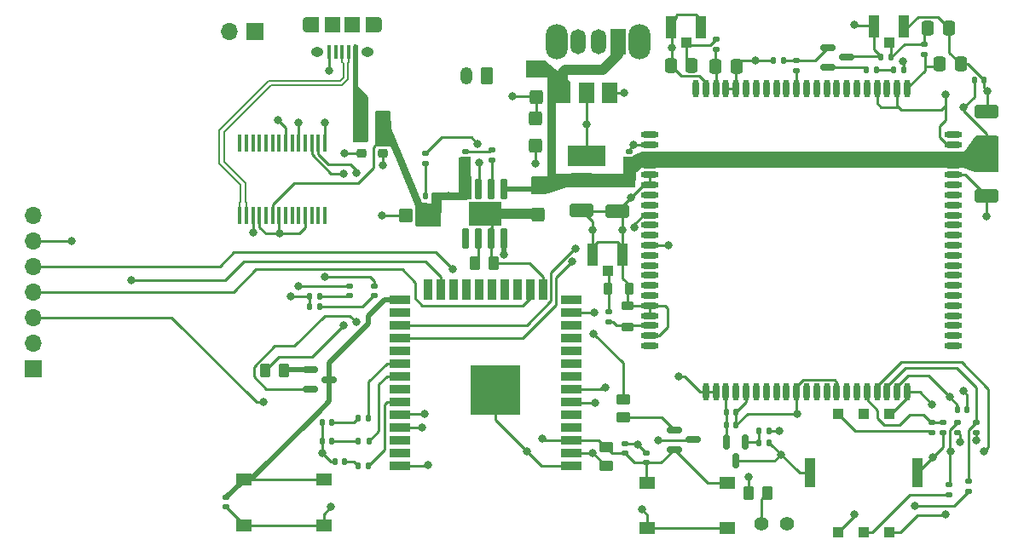
<source format=gtl>
G04 #@! TF.GenerationSoftware,KiCad,Pcbnew,(6.0.1-0)*
G04 #@! TF.CreationDate,2023-01-13T10:30:12+06:00*
G04 #@! TF.ProjectId,ESP_GSM,4553505f-4753-44d2-9e6b-696361645f70,rev?*
G04 #@! TF.SameCoordinates,Original*
G04 #@! TF.FileFunction,Copper,L1,Top*
G04 #@! TF.FilePolarity,Positive*
%FSLAX46Y46*%
G04 Gerber Fmt 4.6, Leading zero omitted, Abs format (unit mm)*
G04 Created by KiCad (PCBNEW (6.0.1-0)) date 2023-01-13 10:30:12*
%MOMM*%
%LPD*%
G01*
G04 APERTURE LIST*
G04 Aperture macros list*
%AMRoundRect*
0 Rectangle with rounded corners*
0 $1 Rounding radius*
0 $2 $3 $4 $5 $6 $7 $8 $9 X,Y pos of 4 corners*
0 Add a 4 corners polygon primitive as box body*
4,1,4,$2,$3,$4,$5,$6,$7,$8,$9,$2,$3,0*
0 Add four circle primitives for the rounded corners*
1,1,$1+$1,$2,$3*
1,1,$1+$1,$4,$5*
1,1,$1+$1,$6,$7*
1,1,$1+$1,$8,$9*
0 Add four rect primitives between the rounded corners*
20,1,$1+$1,$2,$3,$4,$5,0*
20,1,$1+$1,$4,$5,$6,$7,0*
20,1,$1+$1,$6,$7,$8,$9,0*
20,1,$1+$1,$8,$9,$2,$3,0*%
G04 Aperture macros list end*
G04 #@! TA.AperFunction,SMDPad,CuDef*
%ADD10RoundRect,0.135000X-0.185000X0.135000X-0.185000X-0.135000X0.185000X-0.135000X0.185000X0.135000X0*%
G04 #@! TD*
G04 #@! TA.AperFunction,SMDPad,CuDef*
%ADD11R,1.500000X2.000000*%
G04 #@! TD*
G04 #@! TA.AperFunction,SMDPad,CuDef*
%ADD12R,3.800000X2.000000*%
G04 #@! TD*
G04 #@! TA.AperFunction,SMDPad,CuDef*
%ADD13RoundRect,0.250000X-0.262500X-0.450000X0.262500X-0.450000X0.262500X0.450000X-0.262500X0.450000X0*%
G04 #@! TD*
G04 #@! TA.AperFunction,SMDPad,CuDef*
%ADD14O,0.600000X1.800000*%
G04 #@! TD*
G04 #@! TA.AperFunction,SMDPad,CuDef*
%ADD15O,1.800000X0.600000*%
G04 #@! TD*
G04 #@! TA.AperFunction,SMDPad,CuDef*
%ADD16R,1.100000X2.250000*%
G04 #@! TD*
G04 #@! TA.AperFunction,SMDPad,CuDef*
%ADD17R,1.050000X1.100000*%
G04 #@! TD*
G04 #@! TA.AperFunction,SMDPad,CuDef*
%ADD18RoundRect,0.135000X0.135000X0.185000X-0.135000X0.185000X-0.135000X-0.185000X0.135000X-0.185000X0*%
G04 #@! TD*
G04 #@! TA.AperFunction,SMDPad,CuDef*
%ADD19RoundRect,0.250000X-0.925000X0.412500X-0.925000X-0.412500X0.925000X-0.412500X0.925000X0.412500X0*%
G04 #@! TD*
G04 #@! TA.AperFunction,SMDPad,CuDef*
%ADD20RoundRect,0.140000X-0.170000X0.140000X-0.170000X-0.140000X0.170000X-0.140000X0.170000X0.140000X0*%
G04 #@! TD*
G04 #@! TA.AperFunction,SMDPad,CuDef*
%ADD21RoundRect,0.140000X-0.140000X-0.170000X0.140000X-0.170000X0.140000X0.170000X-0.140000X0.170000X0*%
G04 #@! TD*
G04 #@! TA.AperFunction,SMDPad,CuDef*
%ADD22RoundRect,0.135000X-0.135000X-0.185000X0.135000X-0.185000X0.135000X0.185000X-0.135000X0.185000X0*%
G04 #@! TD*
G04 #@! TA.AperFunction,SMDPad,CuDef*
%ADD23RoundRect,0.250000X-0.450000X0.262500X-0.450000X-0.262500X0.450000X-0.262500X0.450000X0.262500X0*%
G04 #@! TD*
G04 #@! TA.AperFunction,SMDPad,CuDef*
%ADD24RoundRect,0.218750X0.381250X-0.218750X0.381250X0.218750X-0.381250X0.218750X-0.381250X-0.218750X0*%
G04 #@! TD*
G04 #@! TA.AperFunction,SMDPad,CuDef*
%ADD25R,0.400000X1.350000*%
G04 #@! TD*
G04 #@! TA.AperFunction,ComponentPad*
%ADD26O,0.890000X1.550000*%
G04 #@! TD*
G04 #@! TA.AperFunction,SMDPad,CuDef*
%ADD27R,1.500000X1.550000*%
G04 #@! TD*
G04 #@! TA.AperFunction,SMDPad,CuDef*
%ADD28R,1.200000X1.550000*%
G04 #@! TD*
G04 #@! TA.AperFunction,ComponentPad*
%ADD29O,1.250000X0.950000*%
G04 #@! TD*
G04 #@! TA.AperFunction,SMDPad,CuDef*
%ADD30RoundRect,0.147500X-0.172500X0.147500X-0.172500X-0.147500X0.172500X-0.147500X0.172500X0.147500X0*%
G04 #@! TD*
G04 #@! TA.AperFunction,SMDPad,CuDef*
%ADD31RoundRect,0.140000X0.170000X-0.140000X0.170000X0.140000X-0.170000X0.140000X-0.170000X-0.140000X0*%
G04 #@! TD*
G04 #@! TA.AperFunction,SMDPad,CuDef*
%ADD32R,1.000000X1.100000*%
G04 #@! TD*
G04 #@! TA.AperFunction,SMDPad,CuDef*
%ADD33R,1.000000X3.000000*%
G04 #@! TD*
G04 #@! TA.AperFunction,ComponentPad*
%ADD34R,1.700000X1.700000*%
G04 #@! TD*
G04 #@! TA.AperFunction,ComponentPad*
%ADD35O,1.700000X1.700000*%
G04 #@! TD*
G04 #@! TA.AperFunction,SMDPad,CuDef*
%ADD36RoundRect,0.150000X-0.587500X-0.150000X0.587500X-0.150000X0.587500X0.150000X-0.587500X0.150000X0*%
G04 #@! TD*
G04 #@! TA.AperFunction,SMDPad,CuDef*
%ADD37RoundRect,0.250000X-0.337500X-0.475000X0.337500X-0.475000X0.337500X0.475000X-0.337500X0.475000X0*%
G04 #@! TD*
G04 #@! TA.AperFunction,SMDPad,CuDef*
%ADD38RoundRect,0.147500X-0.147500X-0.172500X0.147500X-0.172500X0.147500X0.172500X-0.147500X0.172500X0*%
G04 #@! TD*
G04 #@! TA.AperFunction,SMDPad,CuDef*
%ADD39RoundRect,0.250000X0.925000X-0.412500X0.925000X0.412500X-0.925000X0.412500X-0.925000X-0.412500X0*%
G04 #@! TD*
G04 #@! TA.AperFunction,SMDPad,CuDef*
%ADD40RoundRect,0.250000X-0.425000X0.450000X-0.425000X-0.450000X0.425000X-0.450000X0.425000X0.450000X0*%
G04 #@! TD*
G04 #@! TA.AperFunction,SMDPad,CuDef*
%ADD41RoundRect,0.250000X0.262500X0.450000X-0.262500X0.450000X-0.262500X-0.450000X0.262500X-0.450000X0*%
G04 #@! TD*
G04 #@! TA.AperFunction,SMDPad,CuDef*
%ADD42R,0.450000X1.750000*%
G04 #@! TD*
G04 #@! TA.AperFunction,SMDPad,CuDef*
%ADD43R,1.550000X1.300000*%
G04 #@! TD*
G04 #@! TA.AperFunction,SMDPad,CuDef*
%ADD44RoundRect,0.225000X-0.250000X0.225000X-0.250000X-0.225000X0.250000X-0.225000X0.250000X0.225000X0*%
G04 #@! TD*
G04 #@! TA.AperFunction,SMDPad,CuDef*
%ADD45RoundRect,0.250000X0.450000X0.425000X-0.450000X0.425000X-0.450000X-0.425000X0.450000X-0.425000X0*%
G04 #@! TD*
G04 #@! TA.AperFunction,SMDPad,CuDef*
%ADD46RoundRect,0.218750X-0.218750X-0.381250X0.218750X-0.381250X0.218750X0.381250X-0.218750X0.381250X0*%
G04 #@! TD*
G04 #@! TA.AperFunction,SMDPad,CuDef*
%ADD47RoundRect,0.150000X-0.150000X0.587500X-0.150000X-0.587500X0.150000X-0.587500X0.150000X0.587500X0*%
G04 #@! TD*
G04 #@! TA.AperFunction,SMDPad,CuDef*
%ADD48RoundRect,0.250000X0.425000X-0.450000X0.425000X0.450000X-0.425000X0.450000X-0.425000X-0.450000X0*%
G04 #@! TD*
G04 #@! TA.AperFunction,ComponentPad*
%ADD49O,2.200000X3.500000*%
G04 #@! TD*
G04 #@! TA.AperFunction,ComponentPad*
%ADD50R,1.500000X2.500000*%
G04 #@! TD*
G04 #@! TA.AperFunction,ComponentPad*
%ADD51O,1.500000X2.500000*%
G04 #@! TD*
G04 #@! TA.AperFunction,SMDPad,CuDef*
%ADD52RoundRect,0.250000X0.450000X-0.262500X0.450000X0.262500X-0.450000X0.262500X-0.450000X-0.262500X0*%
G04 #@! TD*
G04 #@! TA.AperFunction,SMDPad,CuDef*
%ADD53R,2.000000X0.900000*%
G04 #@! TD*
G04 #@! TA.AperFunction,SMDPad,CuDef*
%ADD54R,0.900000X2.000000*%
G04 #@! TD*
G04 #@! TA.AperFunction,SMDPad,CuDef*
%ADD55R,5.000000X5.000000*%
G04 #@! TD*
G04 #@! TA.AperFunction,SMDPad,CuDef*
%ADD56RoundRect,0.147500X0.147500X0.172500X-0.147500X0.172500X-0.147500X-0.172500X0.147500X-0.172500X0*%
G04 #@! TD*
G04 #@! TA.AperFunction,SMDPad,CuDef*
%ADD57RoundRect,0.250000X0.337500X0.475000X-0.337500X0.475000X-0.337500X-0.475000X0.337500X-0.475000X0*%
G04 #@! TD*
G04 #@! TA.AperFunction,SMDPad,CuDef*
%ADD58RoundRect,0.042000X0.258000X-0.943000X0.258000X0.943000X-0.258000X0.943000X-0.258000X-0.943000X0*%
G04 #@! TD*
G04 #@! TA.AperFunction,SMDPad,CuDef*
%ADD59R,3.302000X2.413000*%
G04 #@! TD*
G04 #@! TA.AperFunction,ComponentPad*
%ADD60C,1.400000*%
G04 #@! TD*
G04 #@! TA.AperFunction,ComponentPad*
%ADD61RoundRect,0.250000X0.350000X0.625000X-0.350000X0.625000X-0.350000X-0.625000X0.350000X-0.625000X0*%
G04 #@! TD*
G04 #@! TA.AperFunction,ComponentPad*
%ADD62O,1.200000X1.750000*%
G04 #@! TD*
G04 #@! TA.AperFunction,SMDPad,CuDef*
%ADD63RoundRect,0.135000X0.185000X-0.135000X0.185000X0.135000X-0.185000X0.135000X-0.185000X-0.135000X0*%
G04 #@! TD*
G04 #@! TA.AperFunction,ViaPad*
%ADD64C,0.800000*%
G04 #@! TD*
G04 #@! TA.AperFunction,Conductor*
%ADD65C,0.250000*%
G04 #@! TD*
G04 #@! TA.AperFunction,Conductor*
%ADD66C,0.295910*%
G04 #@! TD*
G04 #@! TA.AperFunction,Conductor*
%ADD67C,1.000000*%
G04 #@! TD*
G04 #@! TA.AperFunction,Conductor*
%ADD68C,0.500000*%
G04 #@! TD*
G04 #@! TA.AperFunction,Conductor*
%ADD69C,0.200000*%
G04 #@! TD*
G04 APERTURE END LIST*
D10*
X138840000Y-47010000D03*
X138840000Y-48030000D03*
D11*
X120240000Y-50180000D03*
D12*
X117940000Y-56480000D03*
D11*
X117940000Y-50180000D03*
X115640000Y-50180000D03*
D13*
X86087500Y-77800000D03*
X87912500Y-77800000D03*
D14*
X129820000Y-79960000D03*
X130820000Y-79960000D03*
X131820000Y-79960000D03*
X132820000Y-79960000D03*
X133820000Y-79960000D03*
X134820000Y-79960000D03*
X135820000Y-79960000D03*
X136820000Y-79960000D03*
X137820000Y-79960000D03*
X138820000Y-79960000D03*
X139820000Y-79960000D03*
X140820000Y-79960000D03*
X141820000Y-79960000D03*
X142820000Y-79960000D03*
X143820000Y-79960000D03*
X144820000Y-79960000D03*
X145820000Y-79960000D03*
X146820000Y-79960000D03*
X147820000Y-79960000D03*
X148820000Y-79960000D03*
D15*
X154420000Y-74360000D03*
X154420000Y-73360000D03*
X154420000Y-72360000D03*
X154420000Y-71360000D03*
X154420000Y-70360000D03*
X154420000Y-69360000D03*
X154420000Y-68360000D03*
X154420000Y-67360000D03*
X154420000Y-66360000D03*
X154420000Y-65360000D03*
X154420000Y-64360000D03*
X154420000Y-63360000D03*
X154420000Y-62360000D03*
X154420000Y-61360000D03*
X154420000Y-60360000D03*
X154420000Y-59360000D03*
X154420000Y-58360000D03*
X154420000Y-57360000D03*
X154420000Y-56360000D03*
X154420000Y-55360000D03*
D14*
X148820000Y-49760000D03*
X147820000Y-49760000D03*
X146820000Y-49760000D03*
X145820000Y-49760000D03*
X144820000Y-49760000D03*
X143820000Y-49760000D03*
X142820000Y-49760000D03*
X141820000Y-49760000D03*
X140820000Y-49760000D03*
X139820000Y-49760000D03*
X138820000Y-49760000D03*
X137820000Y-49760000D03*
X136820000Y-49760000D03*
X135820000Y-49760000D03*
X134820000Y-49760000D03*
X133820000Y-49760000D03*
X132820000Y-49760000D03*
X131820000Y-49760000D03*
X130820000Y-49760000D03*
X129820000Y-49760000D03*
D15*
X124220000Y-55360000D03*
X124220000Y-56360000D03*
X124220000Y-57360000D03*
X124220000Y-58360000D03*
X124220000Y-59360000D03*
X124220000Y-60360000D03*
X124220000Y-61360000D03*
X124220000Y-62360000D03*
X124220000Y-63360000D03*
X124220000Y-64360000D03*
X124220000Y-65360000D03*
X124220000Y-66360000D03*
X124220000Y-67360000D03*
X124220000Y-68360000D03*
X124220000Y-69360000D03*
X124220000Y-70360000D03*
X124220000Y-71360000D03*
X124220000Y-72360000D03*
X124220000Y-73360000D03*
X124220000Y-74360000D03*
D14*
X149820000Y-79960000D03*
X149820000Y-49760000D03*
D15*
X154420000Y-54360000D03*
X154420000Y-75360000D03*
D14*
X128820000Y-49760000D03*
D15*
X124220000Y-75360000D03*
X124220000Y-54360000D03*
D10*
X152260000Y-82970000D03*
X152260000Y-83990000D03*
D16*
X126395000Y-43690000D03*
X129345000Y-43690000D03*
D17*
X127870000Y-45240000D03*
D18*
X96280000Y-87260000D03*
X95260000Y-87260000D03*
D19*
X157690000Y-57385000D03*
X157690000Y-60460000D03*
D10*
X154800000Y-82940000D03*
X154800000Y-83960000D03*
D20*
X121800000Y-85090000D03*
X121800000Y-86050000D03*
D21*
X131830000Y-81950000D03*
X132790000Y-81950000D03*
D22*
X136520000Y-47020000D03*
X137540000Y-47020000D03*
D23*
X121610000Y-80647500D03*
X121610000Y-82472500D03*
D10*
X155870000Y-88820000D03*
X155870000Y-89840000D03*
D24*
X122060000Y-73472500D03*
X122060000Y-71347500D03*
D18*
X96350000Y-84810000D03*
X95330000Y-84810000D03*
D25*
X95020000Y-46155000D03*
X94370000Y-46155000D03*
X93720000Y-46155000D03*
X93070000Y-46155000D03*
X92420000Y-46155000D03*
D26*
X97220000Y-43455000D03*
D27*
X92720000Y-43455000D03*
D28*
X96620000Y-43455000D03*
D29*
X96220000Y-46155000D03*
D27*
X94720000Y-43455000D03*
D29*
X91220000Y-46155000D03*
D26*
X90220000Y-43455000D03*
D28*
X90820000Y-43455000D03*
D30*
X94400000Y-69415000D03*
X94400000Y-70385000D03*
D31*
X82200000Y-91380000D03*
X82200000Y-90420000D03*
D32*
X148040000Y-93900000D03*
X145500000Y-93900000D03*
X142960000Y-93900000D03*
D33*
X150800000Y-88000000D03*
D32*
X148040000Y-82100000D03*
X145500000Y-82100000D03*
X142960000Y-82100000D03*
D33*
X140200000Y-88000000D03*
D34*
X63000000Y-77600000D03*
D35*
X63000000Y-75060000D03*
X63000000Y-72520000D03*
X63000000Y-69980000D03*
X63000000Y-67440000D03*
X63000000Y-64900000D03*
X63000000Y-62360000D03*
D10*
X153950000Y-89180000D03*
X153950000Y-90200000D03*
D30*
X96900000Y-69415000D03*
X96900000Y-70385000D03*
D10*
X153350000Y-82970000D03*
X153350000Y-83990000D03*
D36*
X141962500Y-45740000D03*
X141962500Y-47640000D03*
X143837500Y-46690000D03*
D37*
X151882500Y-43770000D03*
X153957500Y-43770000D03*
D36*
X126662500Y-83750000D03*
X126662500Y-85650000D03*
X128537500Y-84700000D03*
D38*
X92962500Y-86880000D03*
X93932500Y-86880000D03*
D13*
X134087500Y-90000000D03*
X135912500Y-90000000D03*
D19*
X121050000Y-58885000D03*
X121050000Y-61960000D03*
D39*
X157690000Y-55155000D03*
X157690000Y-52080000D03*
D40*
X113195000Y-59587500D03*
X113195000Y-62287500D03*
D18*
X149500000Y-47940000D03*
X148480000Y-47940000D03*
D41*
X108752500Y-67105000D03*
X106927500Y-67105000D03*
D36*
X90562500Y-77750000D03*
X90562500Y-79650000D03*
X92437500Y-78700000D03*
D42*
X91990000Y-55215000D03*
X91340000Y-55215000D03*
X90690000Y-55215000D03*
X90040000Y-55215000D03*
X89390000Y-55215000D03*
X88740000Y-55215000D03*
X88090000Y-55215000D03*
X87440000Y-55215000D03*
X86790000Y-55215000D03*
X86140000Y-55215000D03*
X85490000Y-55215000D03*
X84840000Y-55215000D03*
X84190000Y-55215000D03*
X83540000Y-55215000D03*
X83540000Y-62415000D03*
X84190000Y-62415000D03*
X84840000Y-62415000D03*
X85490000Y-62415000D03*
X86140000Y-62415000D03*
X86790000Y-62415000D03*
X87440000Y-62415000D03*
X88090000Y-62415000D03*
X88740000Y-62415000D03*
X89390000Y-62415000D03*
X90040000Y-62415000D03*
X90690000Y-62415000D03*
X91340000Y-62415000D03*
X91990000Y-62415000D03*
D43*
X83904000Y-88682000D03*
X91864000Y-88682000D03*
X83904000Y-93182000D03*
X91864000Y-93182000D03*
D10*
X151470000Y-45340000D03*
X151470000Y-46360000D03*
D21*
X154790000Y-81720000D03*
X155750000Y-81720000D03*
D30*
X105940000Y-56085000D03*
X105940000Y-57055000D03*
D44*
X95665000Y-54640000D03*
X95665000Y-56190000D03*
D45*
X102690000Y-62370000D03*
X99990000Y-62370000D03*
D46*
X95702500Y-52815000D03*
X97827500Y-52815000D03*
X120077500Y-69670000D03*
X122202500Y-69670000D03*
D34*
X85010000Y-44150000D03*
D35*
X82470000Y-44150000D03*
D38*
X101972500Y-60470000D03*
X102942500Y-60470000D03*
D22*
X90480000Y-71450000D03*
X91500000Y-71450000D03*
D47*
X133740000Y-84922500D03*
X131840000Y-84922500D03*
X132790000Y-86797500D03*
D38*
X91715000Y-83000000D03*
X92685000Y-83000000D03*
D16*
X146525000Y-43640000D03*
X149475000Y-43640000D03*
D17*
X148000000Y-45190000D03*
D48*
X112860000Y-55427500D03*
X112860000Y-52727500D03*
D16*
X118595000Y-66310000D03*
X121545000Y-66310000D03*
D17*
X120070000Y-67860000D03*
D49*
X123230000Y-45092500D03*
X115030000Y-45092500D03*
D50*
X121130000Y-45092500D03*
D51*
X119130000Y-45092500D03*
X117130000Y-45092500D03*
D10*
X130840000Y-44880000D03*
X130840000Y-45900000D03*
D38*
X91715000Y-84800000D03*
X92685000Y-84800000D03*
D43*
X124020000Y-88950000D03*
X131980000Y-88950000D03*
X124020000Y-93450000D03*
X131980000Y-93450000D03*
D20*
X123900000Y-86000000D03*
X123900000Y-86960000D03*
D52*
X119888000Y-87272500D03*
X119888000Y-85447500D03*
D53*
X116450000Y-87249000D03*
X116450000Y-85979000D03*
X116450000Y-84709000D03*
X116450000Y-83439000D03*
X116450000Y-82169000D03*
X116450000Y-80899000D03*
X116450000Y-79629000D03*
X116450000Y-78359000D03*
X116450000Y-77089000D03*
X116450000Y-75819000D03*
X116450000Y-74549000D03*
X116450000Y-73279000D03*
X116450000Y-72009000D03*
X116450000Y-70739000D03*
D54*
X113665000Y-69739000D03*
X112395000Y-69739000D03*
X111125000Y-69739000D03*
X109855000Y-69739000D03*
X108585000Y-69739000D03*
X107315000Y-69739000D03*
X106045000Y-69739000D03*
X104775000Y-69739000D03*
X103505000Y-69739000D03*
X102235000Y-69739000D03*
D53*
X99450000Y-70739000D03*
X99450000Y-72009000D03*
X99450000Y-73279000D03*
X99450000Y-74549000D03*
X99450000Y-75819000D03*
X99450000Y-77089000D03*
X99450000Y-78359000D03*
X99450000Y-79629000D03*
X99450000Y-80899000D03*
X99450000Y-82169000D03*
X99450000Y-83439000D03*
X99450000Y-84709000D03*
X99450000Y-85979000D03*
X99450000Y-87249000D03*
D55*
X108950000Y-79749000D03*
D56*
X148175000Y-46690000D03*
X147205000Y-46690000D03*
D38*
X131855000Y-83240000D03*
X132825000Y-83240000D03*
D10*
X156650000Y-82950000D03*
X156650000Y-83970000D03*
D19*
X117510000Y-58845000D03*
X117510000Y-61920000D03*
D44*
X97765000Y-54640000D03*
X97765000Y-56190000D03*
D40*
X112950000Y-47912500D03*
X112950000Y-50612500D03*
D37*
X130782500Y-47560000D03*
X132857500Y-47560000D03*
D18*
X96320000Y-82560000D03*
X95300000Y-82560000D03*
D22*
X135050000Y-83840000D03*
X136070000Y-83840000D03*
D57*
X128430000Y-47480000D03*
X126355000Y-47480000D03*
D31*
X122170000Y-57040000D03*
X122170000Y-56080000D03*
D58*
X105985000Y-64695000D03*
X107255000Y-64695000D03*
X108525000Y-64695000D03*
X109795000Y-64695000D03*
X109795000Y-59745000D03*
X108525000Y-59745000D03*
X107255000Y-59745000D03*
X105985000Y-59745000D03*
D59*
X107890000Y-62220000D03*
D37*
X153042500Y-47360000D03*
X155117500Y-47360000D03*
D10*
X120220000Y-71980000D03*
X120220000Y-73000000D03*
D38*
X145772500Y-47950000D03*
X146742500Y-47950000D03*
D10*
X101990000Y-56210000D03*
X101990000Y-57230000D03*
D21*
X156480000Y-48940000D03*
X157440000Y-48940000D03*
D22*
X90460000Y-70410000D03*
X91480000Y-70410000D03*
D60*
X135330000Y-93010000D03*
X137870000Y-93010000D03*
D18*
X136080000Y-84970000D03*
X135060000Y-84970000D03*
D61*
X108040000Y-48520000D03*
D62*
X106040000Y-48520000D03*
D63*
X108540000Y-56930000D03*
X108540000Y-55910000D03*
D64*
X127110000Y-78380000D03*
X134760000Y-47020000D03*
X123440000Y-91590000D03*
X144560000Y-43450000D03*
X152300000Y-81160000D03*
X137275000Y-86165000D03*
X121730000Y-50210000D03*
X155380000Y-79870000D03*
X123080000Y-85180000D03*
X92410000Y-47990000D03*
X121545000Y-63845000D03*
X155030000Y-84940000D03*
X111290000Y-62220000D03*
X152395000Y-86405000D03*
X87320000Y-52920000D03*
X97620000Y-62360000D03*
X102260000Y-87220000D03*
X118595000Y-63855000D03*
X157740000Y-50030000D03*
X110620000Y-50580000D03*
X97780000Y-57410000D03*
X87460000Y-64170000D03*
X157690000Y-62480000D03*
X126415000Y-45705000D03*
X91715000Y-86012500D03*
X156660000Y-84780000D03*
X153637500Y-50362500D03*
X122660000Y-55360000D03*
X138880000Y-82100000D03*
X112075000Y-85825000D03*
X93920000Y-56200000D03*
X92570000Y-91370000D03*
X122375000Y-60635000D03*
X104250000Y-60460000D03*
X109800000Y-66320000D03*
X118594500Y-85979000D03*
X66840000Y-64900000D03*
X117940000Y-53350000D03*
X112860000Y-57220000D03*
X155420000Y-51650000D03*
X149370000Y-47050000D03*
X85910000Y-80920000D03*
X113600000Y-84610000D03*
X89400000Y-53140000D03*
X101640000Y-83470000D03*
X89380000Y-69410000D03*
X101850000Y-82130000D03*
X91950000Y-68500000D03*
X91950000Y-53200000D03*
X93850000Y-73300000D03*
X93845000Y-58245000D03*
X125100000Y-84720000D03*
X118680000Y-74150000D03*
X95105000Y-58145000D03*
X95080000Y-72960000D03*
X107280000Y-57140000D03*
X107130000Y-55250000D03*
X153610000Y-92100000D03*
X154005000Y-80455000D03*
X122740000Y-63560000D03*
X116560000Y-66950000D03*
X116900000Y-65660000D03*
X126110000Y-65360000D03*
X118850000Y-81010000D03*
X134060006Y-88400001D03*
X118770000Y-72040000D03*
X104680000Y-67700000D03*
X72750000Y-68840000D03*
X84840000Y-64070000D03*
X88640000Y-70420000D03*
X157450003Y-85830004D03*
X154090000Y-85850000D03*
X144600000Y-92120000D03*
X150600000Y-91250000D03*
X137130000Y-83840000D03*
X119880000Y-79530000D03*
D65*
X112917500Y-50580000D02*
X110620000Y-50580000D01*
D66*
X148820000Y-51510000D02*
X148930000Y-51620000D01*
D65*
X89410000Y-64170000D02*
X87460000Y-64170000D01*
X157740000Y-52030000D02*
X157740000Y-50030000D01*
X154800000Y-83960000D02*
X155030000Y-84190000D01*
X138820000Y-82040000D02*
X138880000Y-82100000D01*
X122170000Y-55850000D02*
X122660000Y-55360000D01*
X151100000Y-79960000D02*
X152300000Y-81160000D01*
X152837500Y-42650000D02*
X153957500Y-43770000D01*
D66*
X125180000Y-74360000D02*
X124220000Y-74360000D01*
D65*
X112950000Y-50612500D02*
X112950000Y-52637500D01*
D67*
X107890000Y-62220000D02*
X113090000Y-62220000D01*
D65*
X139110000Y-88000000D02*
X136080000Y-84970000D01*
X91864000Y-92076000D02*
X92570000Y-91370000D01*
X108752500Y-67105000D02*
X112281000Y-67105000D01*
X138820000Y-79960000D02*
X138820000Y-82040000D01*
X128821784Y-42414980D02*
X129365000Y-42958196D01*
X155380000Y-79870000D02*
X155760000Y-80250000D01*
X108525000Y-66895000D02*
X108525000Y-64695000D01*
X97765000Y-56190000D02*
X97765000Y-57395000D01*
X149820000Y-79960000D02*
X151100000Y-79960000D01*
X121800000Y-85090000D02*
X122990000Y-85090000D01*
X139494520Y-78735480D02*
X142575480Y-78735480D01*
X127690000Y-78380000D02*
X127110000Y-78380000D01*
D66*
X122080000Y-69722500D02*
X122342500Y-69460000D01*
D65*
X154420000Y-58360000D02*
X155590000Y-58360000D01*
D66*
X153230000Y-51890000D02*
X153637500Y-51482500D01*
X92420000Y-47980000D02*
X92410000Y-47990000D01*
D65*
X157440000Y-48933070D02*
X157440000Y-48940000D01*
X153957500Y-46200000D02*
X155117500Y-47360000D01*
X91715000Y-83000000D02*
X91715000Y-84800000D01*
X121700000Y-50180000D02*
X121730000Y-50210000D01*
X108752500Y-67105000D02*
X108735000Y-67105000D01*
D66*
X124220000Y-72360000D02*
X124220000Y-71360000D01*
X147227500Y-46570000D02*
X143957500Y-46570000D01*
D65*
X113665000Y-68489000D02*
X113665000Y-69739000D01*
D66*
X153824090Y-55360000D02*
X154420000Y-55360000D01*
X121545000Y-66310000D02*
X121545000Y-65525732D01*
D65*
X126830132Y-42740000D02*
X126830132Y-42500000D01*
X132790000Y-81950000D02*
X132790000Y-83205000D01*
X149910000Y-43640000D02*
X150900000Y-42650000D01*
X122375000Y-60635000D02*
X121050000Y-61960000D01*
X129820000Y-79960000D02*
X129270000Y-79960000D01*
X124020000Y-93450000D02*
X124020000Y-92170000D01*
X131980000Y-93450000D02*
X124020000Y-93450000D01*
X157690000Y-60460000D02*
X157690000Y-62480000D01*
X108735000Y-67105000D02*
X108525000Y-66895000D01*
X133397500Y-47020000D02*
X132857500Y-47560000D01*
D66*
X119105643Y-65012025D02*
X118595000Y-65522668D01*
D65*
X149820000Y-80510000D02*
X148230000Y-82100000D01*
D66*
X146525000Y-43500000D02*
X146525000Y-45867500D01*
D65*
X138820000Y-79960000D02*
X138820000Y-79410000D01*
D66*
X126040000Y-71650000D02*
X126040000Y-73500000D01*
D65*
X157690000Y-62570000D02*
X157690000Y-62480000D01*
X123650000Y-59360000D02*
X122375000Y-60635000D01*
X132825000Y-83240000D02*
X133965000Y-82100000D01*
X86120000Y-64170000D02*
X87460000Y-64170000D01*
D66*
X118595000Y-65522668D02*
X118595000Y-66310000D01*
D65*
X149820000Y-79960000D02*
X149820000Y-80510000D01*
X142820000Y-78980000D02*
X142820000Y-79960000D01*
D66*
X153637500Y-51482500D02*
X153637500Y-50362500D01*
D65*
X88090000Y-55215000D02*
X88090000Y-53690000D01*
D66*
X146525000Y-43500000D02*
X146525000Y-42712668D01*
X143957500Y-46570000D02*
X143837500Y-46690000D01*
D65*
X108525000Y-64695000D02*
X108525000Y-63595000D01*
X124220000Y-58360000D02*
X124220000Y-59360000D01*
X132790000Y-86797500D02*
X136642500Y-86797500D01*
D66*
X121545000Y-68662500D02*
X121545000Y-66310000D01*
D65*
X122170000Y-56080000D02*
X122170000Y-55850000D01*
X126830132Y-42500000D02*
X126915152Y-42414980D01*
X112950000Y-52637500D02*
X112860000Y-52727500D01*
X133965000Y-82100000D02*
X138880000Y-82100000D01*
X129270000Y-79960000D02*
X127690000Y-78380000D01*
X92962500Y-86880000D02*
X92582500Y-86880000D01*
X108540000Y-62870000D02*
X107890000Y-62220000D01*
X113499000Y-87249000D02*
X108950000Y-82700000D01*
D66*
X153040000Y-54575910D02*
X153824090Y-55360000D01*
D65*
X148230000Y-82100000D02*
X148040000Y-82100000D01*
X108525000Y-63595000D02*
X108540000Y-63580000D01*
D66*
X146525000Y-45867500D02*
X147227500Y-46570000D01*
D65*
X99990000Y-62370000D02*
X97690000Y-62370000D01*
X108540000Y-63580000D02*
X108540000Y-62870000D01*
X91864000Y-93182000D02*
X91864000Y-92076000D01*
X156650000Y-84770000D02*
X156660000Y-84780000D01*
D66*
X118595000Y-63005000D02*
X117510000Y-61920000D01*
X121545000Y-65525732D02*
X121031293Y-65012025D01*
X131820000Y-49760000D02*
X132820000Y-49760000D01*
D65*
X140200000Y-88000000D02*
X139110000Y-88000000D01*
X129820000Y-49170000D02*
X129820000Y-49760000D01*
X112950000Y-50612500D02*
X112917500Y-50580000D01*
X142575480Y-78735480D02*
X142820000Y-78980000D01*
X132790000Y-83205000D02*
X132825000Y-83240000D01*
X126355000Y-47480000D02*
X126415000Y-47420000D01*
D66*
X122080000Y-71185000D02*
X122080000Y-69722500D01*
D65*
X126415000Y-43155132D02*
X126830132Y-42740000D01*
X87440000Y-64150000D02*
X87460000Y-64170000D01*
X116450000Y-87249000D02*
X113499000Y-87249000D01*
X155590000Y-58360000D02*
X157690000Y-60460000D01*
D66*
X153040000Y-53500000D02*
X153040000Y-54575910D01*
D65*
X83904000Y-93182000D02*
X91864000Y-93182000D01*
X90040000Y-63540000D02*
X89410000Y-64170000D01*
X132820000Y-49760000D02*
X132820000Y-47597500D01*
X155760000Y-80250000D02*
X155760000Y-81710000D01*
D66*
X153637500Y-52902500D02*
X153040000Y-53500000D01*
D65*
X150900000Y-42650000D02*
X152837500Y-42650000D01*
X138820000Y-79410000D02*
X139494520Y-78735480D01*
D66*
X121545000Y-66310000D02*
X121545000Y-63845000D01*
D65*
X126915152Y-42414980D02*
X128821784Y-42414980D01*
D66*
X147180000Y-51620000D02*
X148930000Y-51620000D01*
D65*
X157440000Y-48940000D02*
X157440000Y-49730000D01*
X126415000Y-45705000D02*
X126415000Y-43155132D01*
D66*
X149200000Y-51890000D02*
X153230000Y-51890000D01*
D65*
X149475000Y-43640000D02*
X149910000Y-43640000D01*
X155117500Y-47360000D02*
X155866930Y-47360000D01*
X85490000Y-62415000D02*
X85490000Y-63540000D01*
X99450000Y-87249000D02*
X102231000Y-87249000D01*
D66*
X148930000Y-51620000D02*
X149200000Y-51890000D01*
D65*
X126415000Y-47420000D02*
X126415000Y-45705000D01*
X153350000Y-84160000D02*
X153350000Y-85450000D01*
X153957500Y-43770000D02*
X153957500Y-46200000D01*
D66*
X148820000Y-49760000D02*
X148820000Y-51510000D01*
D65*
X129179520Y-48529520D02*
X127404520Y-48529520D01*
X88090000Y-53690000D02*
X87320000Y-52920000D01*
D66*
X121545000Y-62455000D02*
X121545000Y-63845000D01*
D65*
X108950000Y-82700000D02*
X108950000Y-79749000D01*
X97660000Y-62320000D02*
X97620000Y-62360000D01*
D66*
X122342500Y-69460000D02*
X121545000Y-68662500D01*
D65*
X155030000Y-84190000D02*
X155030000Y-84940000D01*
D66*
X146820000Y-49760000D02*
X146820000Y-51260000D01*
D65*
X97765000Y-57395000D02*
X97780000Y-57410000D01*
D66*
X126040000Y-73500000D02*
X125180000Y-74360000D01*
D65*
X95665000Y-56190000D02*
X93930000Y-56190000D01*
X112281000Y-67105000D02*
X113665000Y-68489000D01*
D66*
X121031293Y-65012025D02*
X119105643Y-65012025D01*
X149475000Y-42715732D02*
X149475000Y-43500000D01*
D65*
X90040000Y-62415000D02*
X90040000Y-63540000D01*
D66*
X146820000Y-51260000D02*
X147180000Y-51620000D01*
D65*
X157690000Y-52080000D02*
X157740000Y-52030000D01*
X136642500Y-86797500D02*
X137275000Y-86165000D01*
X127404520Y-48529520D02*
X126355000Y-47480000D01*
X132790000Y-81950000D02*
X133820000Y-80920000D01*
X129365000Y-42958196D02*
X129365000Y-43910000D01*
X124020000Y-92170000D02*
X123440000Y-91590000D01*
X155866930Y-47360000D02*
X157440000Y-48933070D01*
D66*
X122255000Y-71360000D02*
X122080000Y-71185000D01*
D65*
X153350000Y-85450000D02*
X150800000Y-88000000D01*
X153180000Y-83990000D02*
X153350000Y-84160000D01*
X120240000Y-50180000D02*
X121700000Y-50180000D01*
X85490000Y-63540000D02*
X86120000Y-64170000D01*
X122990000Y-85090000D02*
X123900000Y-86000000D01*
X82200000Y-91380000D02*
X84270000Y-93450000D01*
D66*
X144610000Y-43500000D02*
X144560000Y-43450000D01*
D65*
X133820000Y-80920000D02*
X133820000Y-79960000D01*
X117550000Y-61960000D02*
X117510000Y-61920000D01*
D66*
X121050000Y-61960000D02*
X121545000Y-62455000D01*
D65*
X124220000Y-59360000D02*
X123650000Y-59360000D01*
X121050000Y-61960000D02*
X117550000Y-61960000D01*
X87440000Y-62415000D02*
X87440000Y-64150000D01*
X102231000Y-87249000D02*
X102260000Y-87220000D01*
D66*
X153637500Y-51482500D02*
X153637500Y-52902500D01*
D65*
X129179520Y-48529520D02*
X129820000Y-49170000D01*
X129820000Y-50360000D02*
X129820000Y-49760000D01*
X155760000Y-81710000D02*
X155750000Y-81720000D01*
D66*
X125750000Y-71360000D02*
X126040000Y-71650000D01*
X146525000Y-43500000D02*
X144610000Y-43500000D01*
D65*
X124220000Y-55360000D02*
X122660000Y-55360000D01*
X156650000Y-83970000D02*
X156650000Y-84770000D01*
X130820000Y-79960000D02*
X129820000Y-79960000D01*
X91715000Y-84800000D02*
X91715000Y-86012500D01*
D66*
X118595000Y-66310000D02*
X118595000Y-63005000D01*
X92420000Y-46155000D02*
X92420000Y-47980000D01*
D65*
X157440000Y-49730000D02*
X157740000Y-50030000D01*
D66*
X124220000Y-71360000D02*
X122255000Y-71360000D01*
X124220000Y-71360000D02*
X125750000Y-71360000D01*
D65*
X93930000Y-56190000D02*
X93920000Y-56200000D01*
X132820000Y-47597500D02*
X132857500Y-47560000D01*
X136520000Y-47020000D02*
X133397500Y-47020000D01*
X92582500Y-86880000D02*
X91715000Y-86012500D01*
X95265000Y-59145000D02*
X88935000Y-59145000D01*
X109795000Y-64695000D02*
X109800000Y-64700000D01*
X88935000Y-59145000D02*
X86790000Y-61290000D01*
X86790000Y-61290000D02*
X86790000Y-62415000D01*
D68*
X109800000Y-64700000D02*
X109800000Y-66320000D01*
D65*
X96775000Y-55630000D02*
X96775000Y-57635000D01*
X96775000Y-57635000D02*
X95265000Y-59145000D01*
X97765000Y-54640000D02*
X96775000Y-55630000D01*
X112850000Y-57230000D02*
X112860000Y-57220000D01*
X117940000Y-56480000D02*
X117940000Y-50180000D01*
X112860000Y-55427500D02*
X112860000Y-57220000D01*
D66*
X118594500Y-85979000D02*
X116450000Y-85979000D01*
X119888000Y-87272500D02*
X118594500Y-85979000D01*
D65*
X63000000Y-64900000D02*
X66840000Y-64900000D01*
X149500000Y-47940000D02*
X149500000Y-47360000D01*
X157690000Y-54229993D02*
X157690000Y-55155000D01*
X149370000Y-47230000D02*
X149370000Y-47050000D01*
X149410000Y-47270000D02*
X149370000Y-47230000D01*
X157665000Y-57360000D02*
X157690000Y-57385000D01*
D67*
X119560000Y-47950000D02*
X115870000Y-47950000D01*
D68*
X112865000Y-59745000D02*
X113090000Y-59520000D01*
D67*
X121130000Y-46380000D02*
X119560000Y-47950000D01*
D65*
X149500000Y-47360000D02*
X149410000Y-47270000D01*
X156480000Y-50590000D02*
X155420000Y-51650000D01*
D67*
X115640000Y-48180000D02*
X115640000Y-50180000D01*
X121130000Y-45092500D02*
X121130000Y-46380000D01*
D65*
X155420000Y-51959993D02*
X157690000Y-54229993D01*
D68*
X109795000Y-59745000D02*
X112865000Y-59745000D01*
D65*
X156480000Y-48940000D02*
X156480000Y-50590000D01*
D67*
X115870000Y-47950000D02*
X115640000Y-48180000D01*
D65*
X126662500Y-85650000D02*
X129962500Y-88950000D01*
D66*
X121800000Y-86050000D02*
X122710000Y-86960000D01*
D65*
X85120000Y-80860000D02*
X85180000Y-80920000D01*
X129962500Y-88950000D02*
X131980000Y-88950000D01*
X123990000Y-88980000D02*
X124020000Y-88950000D01*
X85180000Y-80920000D02*
X85910000Y-80920000D01*
X126662500Y-85650000D02*
X125352500Y-86960000D01*
D66*
X119888000Y-85447500D02*
X119149500Y-84709000D01*
X122710000Y-86960000D02*
X123900000Y-86960000D01*
D65*
X63000000Y-72520000D02*
X76780000Y-72520000D01*
X123900000Y-88830000D02*
X124020000Y-88950000D01*
X113699000Y-84709000D02*
X116450000Y-84709000D01*
X76780000Y-72520000D02*
X85120000Y-80860000D01*
D66*
X120490500Y-86050000D02*
X121800000Y-86050000D01*
X119149500Y-84709000D02*
X116450000Y-84709000D01*
D65*
X125352500Y-86960000D02*
X123900000Y-86960000D01*
X113600000Y-84610000D02*
X113699000Y-84709000D01*
D66*
X119888000Y-85447500D02*
X120490500Y-86050000D01*
D65*
X123900000Y-86960000D02*
X123900000Y-88830000D01*
D68*
X92437500Y-78700000D02*
X92437500Y-77042500D01*
X96290000Y-73190000D02*
X96290000Y-72399000D01*
X91280000Y-82040000D02*
X84720000Y-88600000D01*
X96290000Y-72399000D02*
X97950000Y-70739000D01*
X92437500Y-80882500D02*
X91280000Y-82040000D01*
D65*
X83904000Y-88682000D02*
X91864000Y-88682000D01*
D68*
X97950000Y-70739000D02*
X99450000Y-70739000D01*
X92437500Y-77042500D02*
X96290000Y-73190000D01*
X92437500Y-78700000D02*
X92437500Y-80882500D01*
X83670000Y-88950000D02*
X82200000Y-90420000D01*
D65*
X108365000Y-56085000D02*
X105940000Y-56085000D01*
X108540000Y-55910000D02*
X108365000Y-56085000D01*
X101990000Y-57230000D02*
X101990000Y-60452500D01*
X101990000Y-60452500D02*
X101972500Y-60470000D01*
D66*
X89390000Y-53150000D02*
X89400000Y-53140000D01*
X101640000Y-83470000D02*
X99481000Y-83470000D01*
X89390000Y-55215000D02*
X89390000Y-53150000D01*
X94400000Y-69415000D02*
X89385000Y-69415000D01*
X99481000Y-83470000D02*
X99450000Y-83439000D01*
X89385000Y-69415000D02*
X89380000Y-69410000D01*
X96900000Y-69415000D02*
X96900000Y-68880000D01*
X91960000Y-68490000D02*
X91950000Y-68500000D01*
X96900000Y-68880000D02*
X96510000Y-68490000D01*
X99489000Y-82130000D02*
X99450000Y-82169000D01*
X91990000Y-53240000D02*
X91950000Y-53200000D01*
X96510000Y-68490000D02*
X91960000Y-68490000D01*
X91990000Y-55215000D02*
X91990000Y-53240000D01*
X101850000Y-82130000D02*
X99489000Y-82130000D01*
D69*
X94370000Y-47167501D02*
X94370000Y-46155000D01*
X84190000Y-61102499D02*
X84090000Y-61002499D01*
X84190000Y-62415000D02*
X84190000Y-61102499D01*
X86613200Y-49445000D02*
X93663200Y-49445000D01*
X84090000Y-61002499D02*
X84090000Y-59181800D01*
X81965000Y-57056800D02*
X81965000Y-54093200D01*
X94270000Y-47267501D02*
X94370000Y-47167501D01*
X84090000Y-59181800D02*
X81965000Y-57056800D01*
X81965000Y-54093200D02*
X86613200Y-49445000D01*
X94270000Y-48838200D02*
X94270000Y-47267501D01*
X93663200Y-49445000D02*
X94270000Y-48838200D01*
X93720000Y-47167501D02*
X93720000Y-46155000D01*
X81515000Y-57243200D02*
X81515000Y-53906800D01*
X93476800Y-48995000D02*
X93820000Y-48651800D01*
X93820000Y-48651800D02*
X93820000Y-47267501D01*
X83540000Y-62415000D02*
X83540000Y-61102499D01*
X83640000Y-61002499D02*
X83640000Y-59368200D01*
X93820000Y-47267501D02*
X93720000Y-47167501D01*
X81515000Y-53906800D02*
X86426800Y-48995000D01*
X83640000Y-59368200D02*
X81515000Y-57243200D01*
X83540000Y-61102499D02*
X83640000Y-61002499D01*
X86426800Y-48995000D02*
X93476800Y-48995000D01*
D65*
X126662500Y-83750000D02*
X125405000Y-82492500D01*
X125405000Y-82492500D02*
X121630000Y-82492500D01*
X121630000Y-82492500D02*
X121610000Y-82472500D01*
X90690000Y-56340000D02*
X90690000Y-55215000D01*
X92595000Y-58245000D02*
X90690000Y-56340000D01*
X90710489Y-76439511D02*
X87447989Y-76439511D01*
X93850000Y-73300000D02*
X90710489Y-76439511D01*
X93845000Y-58245000D02*
X92595000Y-58245000D01*
X125100000Y-84720000D02*
X128517500Y-84720000D01*
X87447989Y-76439511D02*
X86087500Y-77800000D01*
X128517500Y-84720000D02*
X128537500Y-84700000D01*
D68*
X90562500Y-77750000D02*
X87962500Y-77750000D01*
X87962500Y-77750000D02*
X87912500Y-77800000D01*
D65*
X84930000Y-78430000D02*
X86150000Y-79650000D01*
X95080000Y-72960000D02*
X94470000Y-72350000D01*
X121610000Y-77070000D02*
X118690000Y-74150000D01*
X84930000Y-77432507D02*
X84930000Y-78430000D01*
X86150000Y-79650000D02*
X90562500Y-79650000D01*
X88960000Y-75390000D02*
X86972507Y-75390000D01*
X86972507Y-75390000D02*
X84930000Y-77432507D01*
X121610000Y-80647500D02*
X121610000Y-77070000D01*
X91340000Y-55215000D02*
X91340000Y-56340000D01*
X91340000Y-56340000D02*
X92345000Y-57345000D01*
X92000000Y-72350000D02*
X88960000Y-75390000D01*
X94525000Y-57345000D02*
X95105000Y-57925000D01*
X92345000Y-57345000D02*
X94525000Y-57345000D01*
X118690000Y-74150000D02*
X118680000Y-74150000D01*
X94470000Y-72350000D02*
X92000000Y-72350000D01*
X95105000Y-57925000D02*
X95105000Y-58145000D01*
X106985000Y-67105000D02*
X107255000Y-66835000D01*
X107255000Y-66835000D02*
X107255000Y-64695000D01*
X106927500Y-67105000D02*
X106985000Y-67105000D01*
X108540000Y-59730000D02*
X108525000Y-59745000D01*
X108540000Y-56930000D02*
X108540000Y-59730000D01*
X107280000Y-57140000D02*
X107280000Y-59720000D01*
X103570000Y-54630000D02*
X106510000Y-54630000D01*
X107280000Y-59720000D02*
X107255000Y-59745000D01*
X101990000Y-56210000D02*
X103570000Y-54630000D01*
X106510000Y-54630000D02*
X107130000Y-55250000D01*
D66*
X127890000Y-45460000D02*
X129220000Y-45460000D01*
X129220000Y-45460000D02*
X130260000Y-45460000D01*
X128430000Y-47480000D02*
X128430000Y-47350000D01*
D65*
X127870000Y-46920000D02*
X128430000Y-47480000D01*
D66*
X130260000Y-45460000D02*
X130840000Y-44880000D01*
D65*
X127870000Y-45240000D02*
X127870000Y-46920000D01*
D66*
X120350000Y-72080000D02*
X120217500Y-71947500D01*
X120217500Y-69460000D02*
X120217500Y-68007500D01*
X120217500Y-68007500D02*
X120070000Y-67860000D01*
X120217500Y-71947500D02*
X120217500Y-69460000D01*
D65*
X150500000Y-92570000D02*
X150860000Y-92210000D01*
X148820000Y-79960000D02*
X148820000Y-79410000D01*
X154005000Y-80455000D02*
X154800000Y-81250000D01*
X148040000Y-93900000D02*
X149170000Y-93900000D01*
X149170000Y-93900000D02*
X150500000Y-92570000D01*
X149890000Y-78340000D02*
X151890000Y-78340000D01*
X151890000Y-78340000D02*
X154005000Y-80455000D01*
X154800000Y-81710000D02*
X154790000Y-81720000D01*
X150860000Y-92210000D02*
X153530000Y-92210000D01*
X153610000Y-92130000D02*
X153610000Y-92100000D01*
X148820000Y-79410000D02*
X149890000Y-78340000D01*
X153530000Y-92210000D02*
X153610000Y-92130000D01*
X154800000Y-81250000D02*
X154800000Y-81710000D01*
X135330000Y-92870000D02*
X135460000Y-93000000D01*
X135912500Y-90000000D02*
X135330000Y-90582500D01*
X135330000Y-90582500D02*
X135330000Y-92870000D01*
D66*
X122130000Y-73360000D02*
X122080000Y-73310000D01*
X124220000Y-73360000D02*
X122130000Y-73360000D01*
X120940000Y-73310000D02*
X120630000Y-73000000D01*
X120630000Y-73000000D02*
X120220000Y-73000000D01*
X122080000Y-73310000D02*
X120940000Y-73310000D01*
D65*
X151470000Y-44182500D02*
X151882500Y-43770000D01*
X151320000Y-45190000D02*
X151470000Y-45340000D01*
X148175000Y-46690000D02*
X149525000Y-45340000D01*
D66*
X148197500Y-46570000D02*
X148197500Y-45247500D01*
D65*
X149525000Y-45340000D02*
X151470000Y-45340000D01*
X151470000Y-45340000D02*
X151470000Y-44182500D01*
D66*
X148197500Y-45247500D02*
X148000000Y-45050000D01*
D65*
X111589726Y-74549000D02*
X114889022Y-71249704D01*
X124220000Y-62360000D02*
X123620000Y-62360000D01*
X114889022Y-71249704D02*
X114889022Y-68560978D01*
X114889022Y-68560978D02*
X116520000Y-66930000D01*
X123620000Y-62360000D02*
X122740000Y-63240000D01*
X122740000Y-63240000D02*
X122740000Y-63560000D01*
X99450000Y-74549000D02*
X111589726Y-74549000D01*
X116540000Y-66930000D02*
X116560000Y-66950000D01*
X116520000Y-66930000D02*
X116540000Y-66930000D01*
X126110000Y-65360000D02*
X124220000Y-65360000D01*
X112035296Y-73279000D02*
X114439511Y-70874785D01*
X114439511Y-70874785D02*
X114439511Y-68045889D01*
X114439511Y-68045889D02*
X116825400Y-65660000D01*
X99450000Y-73279000D02*
X112035296Y-73279000D01*
X116825400Y-65660000D02*
X116900000Y-65660000D01*
D66*
X130820000Y-47597500D02*
X130782500Y-47560000D01*
X130820000Y-49760000D02*
X130820000Y-47597500D01*
X130782500Y-47560000D02*
X130782500Y-46017500D01*
X130782500Y-46017500D02*
X130790000Y-46010000D01*
X151562500Y-47537500D02*
X152865000Y-47537500D01*
X149820000Y-49722500D02*
X151562500Y-47980000D01*
X151562500Y-47980000D02*
X151562500Y-47537500D01*
X151562500Y-47537500D02*
X151562500Y-46452500D01*
X149820000Y-49760000D02*
X149820000Y-49722500D01*
X151562500Y-46452500D02*
X151470000Y-46360000D01*
X152865000Y-47537500D02*
X153042500Y-47360000D01*
X116561000Y-81010000D02*
X116450000Y-80899000D01*
X118850000Y-81010000D02*
X116561000Y-81010000D01*
X134087500Y-90000000D02*
X134087500Y-88427500D01*
X134087500Y-88427500D02*
X134060000Y-88400000D01*
D65*
X131855000Y-84907500D02*
X131840000Y-84922500D01*
X131820000Y-79960000D02*
X131820000Y-81940000D01*
X131855000Y-83240000D02*
X131855000Y-84907500D01*
X131830000Y-81950000D02*
X131830000Y-83215000D01*
X131830000Y-83215000D02*
X131855000Y-83240000D01*
X131820000Y-81940000D02*
X131830000Y-81950000D01*
X92685000Y-83000000D02*
X94860000Y-83000000D01*
X94860000Y-83000000D02*
X95300000Y-82560000D01*
X95320000Y-84800000D02*
X95330000Y-84810000D01*
X92685000Y-84800000D02*
X95320000Y-84800000D01*
X99450000Y-77089000D02*
X98154090Y-77089000D01*
X98154090Y-77089000D02*
X96320000Y-78923090D01*
X96320000Y-78923090D02*
X96320000Y-82560000D01*
X104520000Y-67540000D02*
X104680000Y-67700000D01*
X87010000Y-66050000D02*
X103030000Y-66050000D01*
X82940000Y-66050000D02*
X87010000Y-66050000D01*
X118770000Y-72040000D02*
X116481000Y-72040000D01*
X81550000Y-67440000D02*
X81620000Y-67370000D01*
X103030000Y-66050000D02*
X104520000Y-67540000D01*
X116481000Y-72040000D02*
X116450000Y-72009000D01*
X63000000Y-67440000D02*
X81550000Y-67440000D01*
X81620000Y-67370000D02*
X82940000Y-66050000D01*
X85170000Y-67770000D02*
X99680000Y-67770000D01*
X100990000Y-70650000D02*
X101680000Y-71340000D01*
X112395000Y-70568022D02*
X112395000Y-69739000D01*
X63000000Y-69980000D02*
X82960000Y-69980000D01*
X111623022Y-71340000D02*
X112395000Y-70568022D01*
X100990000Y-69080000D02*
X100990000Y-70650000D01*
X82960000Y-69980000D02*
X85170000Y-67770000D01*
X99680000Y-67770000D02*
X100990000Y-69080000D01*
X101680000Y-71340000D02*
X111623022Y-71340000D01*
X103505000Y-69739000D02*
X103505000Y-68489000D01*
X103505000Y-68489000D02*
X101966000Y-66950000D01*
X82060000Y-68840000D02*
X72750000Y-68840000D01*
X83950000Y-66950000D02*
X82060000Y-68840000D01*
X101966000Y-66950000D02*
X83950000Y-66950000D01*
D66*
X90450000Y-70420000D02*
X90460000Y-70410000D01*
X84840000Y-62415000D02*
X84840000Y-64070000D01*
X90460000Y-70410000D02*
X90460000Y-71430000D01*
X88640000Y-70420000D02*
X90450000Y-70420000D01*
X90460000Y-71430000D02*
X90480000Y-71450000D01*
X96785000Y-70385000D02*
X95720000Y-71450000D01*
X96900000Y-70385000D02*
X96785000Y-70385000D01*
X95720000Y-71450000D02*
X91500000Y-71450000D01*
X94375000Y-70410000D02*
X94400000Y-70385000D01*
X91480000Y-70410000D02*
X94375000Y-70410000D01*
D65*
X154030000Y-83760141D02*
X154800000Y-82990141D01*
D66*
X157890000Y-79640000D02*
X157890000Y-85390000D01*
X155200000Y-76950000D02*
X157890000Y-79640000D01*
D65*
X153950000Y-89180000D02*
X154030000Y-89100000D01*
D66*
X146820000Y-79364090D02*
X149234090Y-76950000D01*
X157890000Y-85390000D02*
X157450000Y-85830000D01*
X149234090Y-76950000D02*
X155200000Y-76950000D01*
X146820000Y-79960000D02*
X146820000Y-79364090D01*
D65*
X154800000Y-82990141D02*
X154800000Y-82940000D01*
X154030000Y-89100000D02*
X154030000Y-83760141D01*
X147820000Y-79960000D02*
X147820000Y-79410000D01*
X156650000Y-82950000D02*
X155880000Y-83720000D01*
X149680000Y-77550000D02*
X154720000Y-77550000D01*
X155880000Y-83720000D02*
X155880000Y-88810000D01*
X156710000Y-79540000D02*
X156710000Y-82890000D01*
X155880000Y-88810000D02*
X155870000Y-88820000D01*
X147820000Y-79410000D02*
X149680000Y-77550000D01*
X156710000Y-82890000D02*
X156650000Y-82950000D01*
X154720000Y-77550000D02*
X156710000Y-79540000D01*
X147490000Y-83200000D02*
X149070000Y-83200000D01*
X145820000Y-80720978D02*
X146860000Y-81760978D01*
X152200000Y-82970000D02*
X153350000Y-82970000D01*
X145820000Y-79960000D02*
X145820000Y-80720978D01*
X152110000Y-82880000D02*
X152110000Y-82990000D01*
X146860000Y-81760978D02*
X146860000Y-82570000D01*
X149070000Y-83200000D02*
X150050000Y-82220000D01*
X146860000Y-82570000D02*
X147490000Y-83200000D01*
X153160000Y-82990000D02*
X153180000Y-82970000D01*
X151450000Y-82220000D02*
X152200000Y-82970000D01*
X150050000Y-82220000D02*
X151450000Y-82220000D01*
X99450000Y-78359000D02*
X98154090Y-78359000D01*
X98154090Y-78359000D02*
X97330000Y-79183090D01*
X97330006Y-79183078D02*
X97330006Y-83830008D01*
X97330000Y-83830000D02*
X96350000Y-84810000D01*
X99450000Y-80899000D02*
X98154090Y-80899000D01*
X97880000Y-85660000D02*
X96280000Y-87260000D01*
X98154090Y-80899000D02*
X97880000Y-81173090D01*
X97880000Y-81173090D02*
X97880000Y-85660000D01*
X93932500Y-86880000D02*
X94880000Y-86880000D01*
X94880000Y-86880000D02*
X95260000Y-87260000D01*
X153950000Y-90200000D02*
X150040978Y-90200000D01*
X150040978Y-90200000D02*
X146340978Y-93900000D01*
X146340978Y-93900000D02*
X145500000Y-93900000D01*
X155870000Y-89840000D02*
X154440000Y-91270000D01*
X150620000Y-91270000D02*
X150600000Y-91250000D01*
X154440000Y-91270000D02*
X150620000Y-91270000D01*
X144600000Y-92260000D02*
X142960000Y-93900000D01*
X144600000Y-92120000D02*
X144600000Y-92260000D01*
X149870000Y-83790000D02*
X152060000Y-83790000D01*
X152060000Y-83790000D02*
X152260000Y-83990000D01*
X149870000Y-83790000D02*
X144650000Y-83790000D01*
X144650000Y-83790000D02*
X142960000Y-82100000D01*
X138840000Y-49740000D02*
X138820000Y-49760000D01*
X138840000Y-48030000D02*
X138840000Y-49740000D01*
X141962500Y-47640000D02*
X145462500Y-47640000D01*
X145462500Y-47640000D02*
X145772500Y-47950000D01*
X148470000Y-47950000D02*
X148480000Y-47940000D01*
X146742500Y-47950000D02*
X148470000Y-47950000D01*
X138840000Y-47010000D02*
X140692500Y-47010000D01*
X140692500Y-47010000D02*
X141962500Y-45740000D01*
X137550000Y-47010000D02*
X137540000Y-47020000D01*
X138840000Y-47010000D02*
X137550000Y-47010000D01*
X135060000Y-83850000D02*
X135050000Y-83840000D01*
X135060000Y-84970000D02*
X135060000Y-83850000D01*
X135012500Y-84922500D02*
X135060000Y-84970000D01*
X133740000Y-84922500D02*
X135012500Y-84922500D01*
X116450000Y-79629000D02*
X119301000Y-79629000D01*
X137130000Y-83840000D02*
X136070000Y-83840000D01*
X119301000Y-79629000D02*
X119781000Y-79629000D01*
X119781000Y-79629000D02*
X119880000Y-79530000D01*
X119301000Y-79629000D02*
X119440000Y-79490000D01*
G04 #@! TA.AperFunction,Conductor*
G36*
X97760591Y-52000001D02*
G01*
X98377510Y-52000001D01*
X98445631Y-52020003D01*
X98492124Y-52073659D01*
X98503460Y-52122442D01*
X98550000Y-53770000D01*
X101620000Y-61140000D01*
X101638175Y-61140574D01*
X101828533Y-61146585D01*
X102570000Y-61170000D01*
X102566697Y-60831527D01*
X102561091Y-60256944D01*
X102580427Y-60188632D01*
X102633627Y-60141618D01*
X102686618Y-60129716D01*
X104813239Y-60121839D01*
X105259854Y-60120185D01*
X105288951Y-56712876D01*
X105309534Y-56644929D01*
X105363584Y-56598896D01*
X105412863Y-56587969D01*
X105863721Y-56580517D01*
X105865804Y-56580500D01*
X106145486Y-56580500D01*
X106155075Y-56579088D01*
X106172906Y-56576464D01*
X106189172Y-56575138D01*
X106274867Y-56573721D01*
X106372806Y-56572102D01*
X106441247Y-56590975D01*
X106488621Y-56643855D01*
X106500885Y-56697208D01*
X106525664Y-60256944D01*
X106528651Y-60686123D01*
X106509124Y-60754381D01*
X106455793Y-60801247D01*
X106402654Y-60813000D01*
X106219252Y-60813000D01*
X106213184Y-60814207D01*
X106172939Y-60822212D01*
X106172938Y-60822212D01*
X106160769Y-60824633D01*
X106150454Y-60831525D01*
X106150450Y-60831527D01*
X106112154Y-60857116D01*
X106041726Y-60878350D01*
X103588117Y-60870061D01*
X103588116Y-60870061D01*
X103570000Y-60870000D01*
X103569659Y-60882802D01*
X103569659Y-60882803D01*
X103503264Y-63377352D01*
X103481457Y-63444917D01*
X103426583Y-63489966D01*
X103377309Y-63500000D01*
X101126000Y-63500000D01*
X101057879Y-63479998D01*
X101011386Y-63426342D01*
X101000000Y-63374000D01*
X101000000Y-61500000D01*
X98977054Y-56644929D01*
X98506968Y-55516722D01*
X98506967Y-55516721D01*
X98500000Y-55500000D01*
X97126000Y-55500000D01*
X97057879Y-55479998D01*
X97011386Y-55426342D01*
X97000000Y-55374000D01*
X97000000Y-52126000D01*
X97020002Y-52057879D01*
X97073658Y-52011386D01*
X97126000Y-52000000D01*
X97760591Y-52000001D01*
G37*
G04 #@! TD.AperFunction*
G04 #@! TA.AperFunction,Conductor*
G36*
X95207121Y-45425002D02*
G01*
X95253614Y-45478658D01*
X95265000Y-45531000D01*
X95265000Y-49515000D01*
X96232232Y-50578955D01*
X96263255Y-50642815D01*
X96265000Y-50663712D01*
X96265000Y-54989000D01*
X96244998Y-55057121D01*
X96191342Y-55103614D01*
X96139000Y-55115000D01*
X94931000Y-55115000D01*
X94862879Y-55094998D01*
X94816386Y-55041342D01*
X94805000Y-54989000D01*
X94805000Y-45531000D01*
X94825002Y-45462879D01*
X94878658Y-45416386D01*
X94931000Y-45405000D01*
X95139000Y-45405000D01*
X95207121Y-45425002D01*
G37*
G04 #@! TD.AperFunction*
G04 #@! TA.AperFunction,Conductor*
G36*
X113841236Y-46980002D02*
G01*
X113855481Y-46990649D01*
X115855296Y-48718115D01*
X116346366Y-49142308D01*
X116384841Y-49201975D01*
X116390000Y-49237659D01*
X116390000Y-51054000D01*
X116369998Y-51122121D01*
X116316342Y-51168614D01*
X116264000Y-51180000D01*
X114890000Y-51180000D01*
X114910000Y-58240000D01*
X121600000Y-58220000D01*
X121600000Y-56656000D01*
X121620002Y-56587879D01*
X121673658Y-56541386D01*
X121726000Y-56530000D01*
X121831171Y-56530000D01*
X121884421Y-56541805D01*
X121910513Y-56553972D01*
X121960099Y-56560500D01*
X122169923Y-56560500D01*
X122379900Y-56560499D01*
X122429487Y-56553972D01*
X122455580Y-56541805D01*
X122528323Y-56507884D01*
X122528324Y-56507883D01*
X122538316Y-56503224D01*
X122623224Y-56418316D01*
X122626323Y-56411670D01*
X122686121Y-56366324D01*
X123509735Y-56077116D01*
X123551480Y-56070000D01*
X125220000Y-56070000D01*
X154150000Y-56050000D01*
X155450000Y-56050000D01*
X156582200Y-54540400D01*
X156639074Y-54497905D01*
X156683000Y-54490000D01*
X158744000Y-54490000D01*
X158812121Y-54510002D01*
X158858614Y-54563658D01*
X158870000Y-54616000D01*
X158870000Y-57924000D01*
X158849998Y-57992121D01*
X158796342Y-58038614D01*
X158744000Y-58050000D01*
X156529261Y-58050000D01*
X156491619Y-58044246D01*
X156473628Y-58038614D01*
X155360000Y-57690000D01*
X153660005Y-57690000D01*
X123410000Y-57680000D01*
X123399503Y-57688398D01*
X123399502Y-57688398D01*
X122947500Y-58050000D01*
X122860000Y-58120000D01*
X122854958Y-58485525D01*
X122841711Y-59445920D01*
X122820771Y-59513758D01*
X122766480Y-59559507D01*
X122715908Y-59570182D01*
X121809348Y-59571511D01*
X116030026Y-59579985D01*
X116030024Y-59579985D01*
X116020000Y-59580000D01*
X114191452Y-60184000D01*
X113829248Y-60303642D01*
X113789728Y-60310000D01*
X112586000Y-60310000D01*
X112517879Y-60289998D01*
X112471386Y-60236342D01*
X112460000Y-60184000D01*
X112460000Y-58616000D01*
X112480002Y-58547879D01*
X112533658Y-58501386D01*
X112586000Y-58490000D01*
X114110000Y-58490000D01*
X114110000Y-48700000D01*
X112106000Y-48700000D01*
X112037879Y-48679998D01*
X111991386Y-48626342D01*
X111980000Y-48574000D01*
X111980000Y-47086000D01*
X112000002Y-47017879D01*
X112053658Y-46971386D01*
X112106000Y-46960000D01*
X113773115Y-46960000D01*
X113841236Y-46980002D01*
G37*
G04 #@! TD.AperFunction*
M02*

</source>
